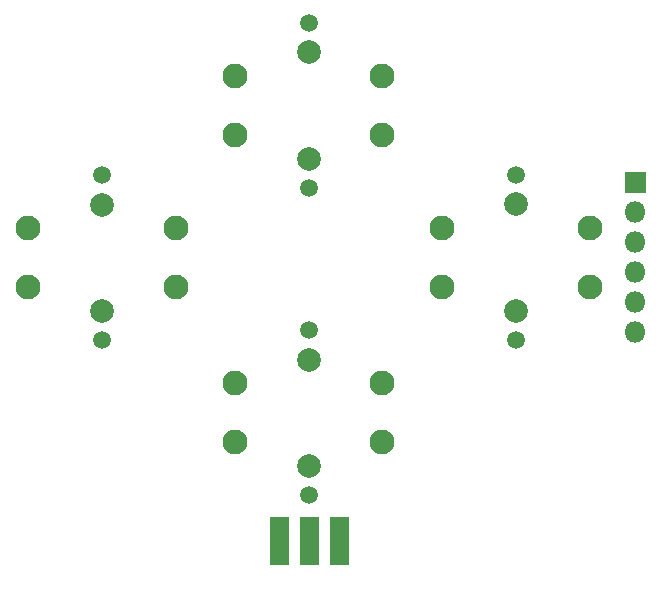
<source format=gbs>
G04 #@! TF.GenerationSoftware,KiCad,Pcbnew,(5.1.7)-1*
G04 #@! TF.CreationDate,2021-08-27T16:03:39+02:00*
G04 #@! TF.ProjectId,STEM,5354454d-2e6b-4696-9361-645f70636258,A*
G04 #@! TF.SameCoordinates,Original*
G04 #@! TF.FileFunction,Soldermask,Bot*
G04 #@! TF.FilePolarity,Negative*
%FSLAX46Y46*%
G04 Gerber Fmt 4.6, Leading zero omitted, Abs format (unit mm)*
G04 Created by KiCad (PCBNEW (5.1.7)-1) date 2021-08-27 16:03:39*
%MOMM*%
%LPD*%
G01*
G04 APERTURE LIST*
%ADD10C,2.002000*%
%ADD11C,1.502000*%
%ADD12C,2.102000*%
%ADD13O,1.802000X1.802000*%
G04 APERTURE END LIST*
D10*
X122450000Y-132787000D03*
X122450000Y-123787000D03*
D11*
X122450000Y-121287000D03*
X122450000Y-135287000D03*
D12*
X116200000Y-125787000D03*
X116200000Y-130787000D03*
X128700000Y-125787000D03*
X128700000Y-130787000D03*
D10*
X140025000Y-119650000D03*
X140025000Y-110650000D03*
D11*
X140025000Y-108150000D03*
X140025000Y-122150000D03*
D12*
X133775000Y-112650000D03*
X133775000Y-117650000D03*
X146275000Y-112650000D03*
X146275000Y-117650000D03*
D10*
X104975000Y-119675000D03*
X104975000Y-110675000D03*
D11*
X104975000Y-108175000D03*
X104975000Y-122175000D03*
D12*
X98725000Y-112675000D03*
X98725000Y-117675000D03*
X111225000Y-112675000D03*
X111225000Y-117675000D03*
D10*
X122450000Y-106787000D03*
X122450000Y-97787000D03*
D11*
X122450000Y-95287000D03*
X122450000Y-109287000D03*
D12*
X116200000Y-99787000D03*
X116200000Y-104787000D03*
X128700000Y-99787000D03*
X128700000Y-104787000D03*
D13*
X150100000Y-121469600D03*
X150100000Y-118929600D03*
X150100000Y-116389600D03*
X150100000Y-113849600D03*
X150100000Y-111309600D03*
G36*
G01*
X149199000Y-109619600D02*
X149199000Y-107919600D01*
G75*
G02*
X149250000Y-107868600I51000J0D01*
G01*
X150950000Y-107868600D01*
G75*
G02*
X151001000Y-107919600I0J-51000D01*
G01*
X151001000Y-109619600D01*
G75*
G02*
X150950000Y-109670600I-51000J0D01*
G01*
X149250000Y-109670600D01*
G75*
G02*
X149199000Y-109619600I0J51000D01*
G01*
G37*
G36*
G01*
X119198000Y-137107000D02*
X120722000Y-137107000D01*
G75*
G02*
X120773000Y-137158000I0J-51000D01*
G01*
X120773000Y-141158000D01*
G75*
G02*
X120722000Y-141209000I-51000J0D01*
G01*
X119198000Y-141209000D01*
G75*
G02*
X119147000Y-141158000I0J51000D01*
G01*
X119147000Y-137158000D01*
G75*
G02*
X119198000Y-137107000I51000J0D01*
G01*
G37*
G36*
G01*
X121738000Y-137107000D02*
X123262000Y-137107000D01*
G75*
G02*
X123313000Y-137158000I0J-51000D01*
G01*
X123313000Y-141158000D01*
G75*
G02*
X123262000Y-141209000I-51000J0D01*
G01*
X121738000Y-141209000D01*
G75*
G02*
X121687000Y-141158000I0J51000D01*
G01*
X121687000Y-137158000D01*
G75*
G02*
X121738000Y-137107000I51000J0D01*
G01*
G37*
G36*
G01*
X124278000Y-137107000D02*
X125802000Y-137107000D01*
G75*
G02*
X125853000Y-137158000I0J-51000D01*
G01*
X125853000Y-141158000D01*
G75*
G02*
X125802000Y-141209000I-51000J0D01*
G01*
X124278000Y-141209000D01*
G75*
G02*
X124227000Y-141158000I0J51000D01*
G01*
X124227000Y-137158000D01*
G75*
G02*
X124278000Y-137107000I51000J0D01*
G01*
G37*
M02*

</source>
